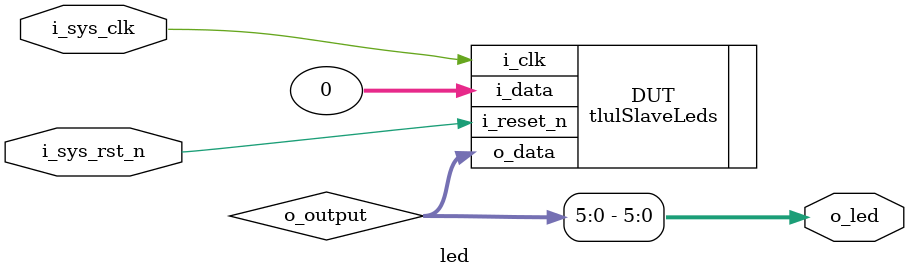
<source format=v>
module led (
    input   wire            i_sys_clk,          // clk input
    input   wire            i_sys_rst_n,        // reset input
    output  wire     [5:0]   o_led    // 6 LEDS pin
);

// module tlulSlaveLeds(
//     input   wire    [0:0]   i_clk,
//     input   wire    [0:0]   i_reset_n,
//     input   wire    [7:0]   i_data,
//     output  reg     [7:0]   o_data
// );
wire [7:0] o_output;
tlulSlaveLeds DUT(
    .i_clk(i_sys_clk),
    .i_reset_n(i_sys_rst_n),
    .i_data('h00),  // Example input data, modify as needed
    .o_data(o_output)   // Connect output to LED pins
);
assign o_led = o_output[5:0]; // Assign the first 6 bits to the LED output    

endmodule

</source>
